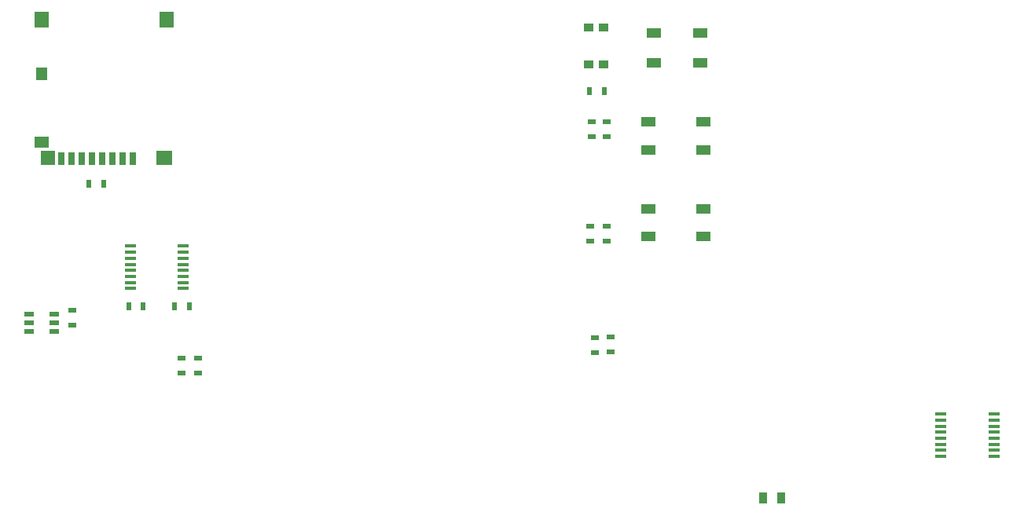
<source format=gtp>
G04*
G04 #@! TF.GenerationSoftware,Altium Limited,Altium Designer,21.0.9 (235)*
G04*
G04 Layer_Color=8421504*
%FSLAX44Y44*%
%MOMM*%
G71*
G04*
G04 #@! TF.SameCoordinates,A596C356-34D0-456B-85E7-90C285C8AFC8*
G04*
G04*
G04 #@! TF.FilePolarity,Positive*
G04*
G01*
G75*
%ADD16R,0.8500X1.3000*%
%ADD17O,1.2000X0.4000*%
%ADD18R,0.9500X0.6000*%
%ADD19R,1.5500X1.0000*%
%ADD20R,1.0000X0.5000*%
%ADD21R,0.6000X0.9500*%
%ADD22R,1.5000X1.3000*%
%ADD23R,1.5000X1.7000*%
%ADD24R,1.2000X1.4000*%
%ADD25R,1.7000X1.5000*%
%ADD26R,1.6000X1.5000*%
%ADD27R,0.8000X1.4000*%
%ADD28R,1.0000X0.9000*%
%ADD29R,1.5000X1.0000*%
D16*
X939322Y24641D02*
D03*
X919822D02*
D03*
D17*
X1111638Y114701D02*
D03*
Y108201D02*
D03*
Y101701D02*
D03*
Y95201D02*
D03*
Y88701D02*
D03*
Y82201D02*
D03*
Y75701D02*
D03*
Y69201D02*
D03*
X1168638Y114701D02*
D03*
Y108201D02*
D03*
Y101701D02*
D03*
Y95201D02*
D03*
Y88701D02*
D03*
Y82201D02*
D03*
Y75701D02*
D03*
Y69201D02*
D03*
X238349Y295716D02*
D03*
Y289216D02*
D03*
Y282716D02*
D03*
Y276216D02*
D03*
Y269716D02*
D03*
Y263216D02*
D03*
Y256716D02*
D03*
Y250216D02*
D03*
X295348Y295716D02*
D03*
Y289216D02*
D03*
Y282716D02*
D03*
Y276216D02*
D03*
Y269716D02*
D03*
Y263216D02*
D03*
Y256716D02*
D03*
Y250216D02*
D03*
D18*
X175260Y210440D02*
D03*
Y226440D02*
D03*
X733484Y300950D02*
D03*
Y316950D02*
D03*
X751234Y317450D02*
D03*
Y301450D02*
D03*
X751490Y414017D02*
D03*
Y430017D02*
D03*
X734894Y430200D02*
D03*
Y414200D02*
D03*
X755250Y181778D02*
D03*
Y197778D02*
D03*
X738500Y181250D02*
D03*
Y197250D02*
D03*
X311500Y174750D02*
D03*
Y158750D02*
D03*
X293000Y175000D02*
D03*
Y159000D02*
D03*
D19*
X855658Y306339D02*
D03*
X796658D02*
D03*
Y336339D02*
D03*
X855658D02*
D03*
Y399560D02*
D03*
X796658D02*
D03*
Y429560D02*
D03*
X855658D02*
D03*
D20*
X129046Y203500D02*
D03*
Y213000D02*
D03*
Y222500D02*
D03*
X156046D02*
D03*
Y213000D02*
D03*
Y203500D02*
D03*
D21*
X301493Y230548D02*
D03*
X285492D02*
D03*
X252243Y231056D02*
D03*
X236243D02*
D03*
X209510Y363250D02*
D03*
X193510D02*
D03*
X732750Y463250D02*
D03*
X748750D02*
D03*
D22*
X142546Y407802D02*
D03*
D23*
X277546Y539802D02*
D03*
X142546D02*
D03*
D24*
Y481802D02*
D03*
D25*
X275046Y391302D02*
D03*
D26*
X149046D02*
D03*
D27*
X241046Y390302D02*
D03*
X230046D02*
D03*
X219046D02*
D03*
X208046D02*
D03*
X197046D02*
D03*
X186046D02*
D03*
X175046D02*
D03*
X164046D02*
D03*
D28*
X747894Y531500D02*
D03*
Y491500D02*
D03*
X731894D02*
D03*
Y531500D02*
D03*
D29*
X852250Y525750D02*
D03*
Y493750D02*
D03*
X802250D02*
D03*
Y525750D02*
D03*
M02*

</source>
